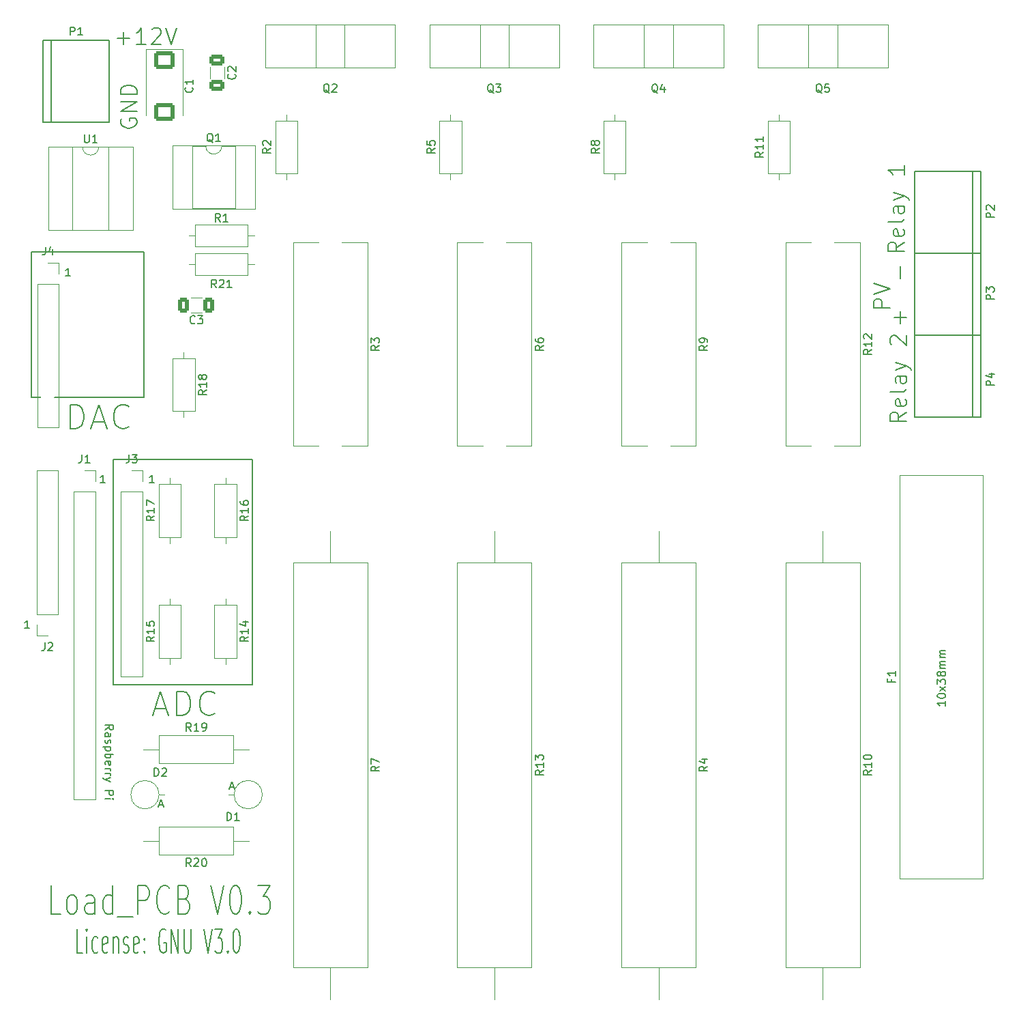
<source format=gbr>
%TF.GenerationSoftware,KiCad,Pcbnew,(6.0.8)*%
%TF.CreationDate,2023-04-21T01:28:30+02:00*%
%TF.ProjectId,load_pcb,6c6f6164-5f70-4636-922e-6b696361645f,rev?*%
%TF.SameCoordinates,Original*%
%TF.FileFunction,Legend,Top*%
%TF.FilePolarity,Positive*%
%FSLAX46Y46*%
G04 Gerber Fmt 4.6, Leading zero omitted, Abs format (unit mm)*
G04 Created by KiCad (PCBNEW (6.0.8)) date 2023-04-21 01:28:30*
%MOMM*%
%LPD*%
G01*
G04 APERTURE LIST*
G04 Aperture macros list*
%AMRoundRect*
0 Rectangle with rounded corners*
0 $1 Rounding radius*
0 $2 $3 $4 $5 $6 $7 $8 $9 X,Y pos of 4 corners*
0 Add a 4 corners polygon primitive as box body*
4,1,4,$2,$3,$4,$5,$6,$7,$8,$9,$2,$3,0*
0 Add four circle primitives for the rounded corners*
1,1,$1+$1,$2,$3*
1,1,$1+$1,$4,$5*
1,1,$1+$1,$6,$7*
1,1,$1+$1,$8,$9*
0 Add four rect primitives between the rounded corners*
20,1,$1+$1,$2,$3,$4,$5,0*
20,1,$1+$1,$4,$5,$6,$7,0*
20,1,$1+$1,$6,$7,$8,$9,0*
20,1,$1+$1,$8,$9,$2,$3,0*%
G04 Aperture macros list end*
%ADD10C,0.150000*%
%ADD11C,0.120000*%
%ADD12C,0.127000*%
%ADD13R,1.700000X1.700000*%
%ADD14O,1.700000X1.700000*%
%ADD15C,1.600000*%
%ADD16O,1.600000X1.600000*%
%ADD17RoundRect,0.250000X-1.025000X0.875000X-1.025000X-0.875000X1.025000X-0.875000X1.025000X0.875000X0*%
%ADD18R,2.500000X2.500000*%
%ADD19C,2.500000*%
%ADD20C,5.000000*%
%ADD21C,4.000000*%
%ADD22R,2.500000X4.500000*%
%ADD23O,2.500000X4.500000*%
%ADD24RoundRect,0.250000X0.412500X0.650000X-0.412500X0.650000X-0.412500X-0.650000X0.412500X-0.650000X0*%
%ADD25C,2.400000*%
%ADD26O,2.400000X2.400000*%
%ADD27R,2.200000X2.200000*%
%ADD28O,2.200000X2.200000*%
%ADD29R,2.400000X1.600000*%
%ADD30O,2.400000X1.600000*%
%ADD31R,1.650000X1.650000*%
%ADD32C,1.650000*%
%ADD33RoundRect,0.250000X-0.650000X0.412500X-0.650000X-0.412500X0.650000X-0.412500X0.650000X0.412500X0*%
%ADD34R,1.600000X1.600000*%
G04 APERTURE END LIST*
D10*
X112540000Y-81128000D02*
X129810000Y-81128000D01*
X129810000Y-81128000D02*
X129810000Y-109068000D01*
X129810000Y-109068000D02*
X112540000Y-109068000D01*
X112540000Y-109068000D02*
X112540000Y-81128000D01*
X102362000Y-55372000D02*
X116332000Y-55372000D01*
X116332000Y-55372000D02*
X116332000Y-73406000D01*
X116332000Y-73406000D02*
X102362000Y-73406000D01*
X102362000Y-73406000D02*
X102362000Y-55372000D01*
X102139714Y-102052380D02*
X101568285Y-102052380D01*
X101854000Y-102052380D02*
X101854000Y-101052380D01*
X101758761Y-101195238D01*
X101663523Y-101290476D01*
X101568285Y-101338095D01*
X113062190Y-28844857D02*
X114586000Y-28844857D01*
X113824095Y-29606761D02*
X113824095Y-28082952D01*
X116586000Y-29606761D02*
X115443142Y-29606761D01*
X116014571Y-29606761D02*
X116014571Y-27606761D01*
X115824095Y-27892476D01*
X115633619Y-28082952D01*
X115443142Y-28178190D01*
X117347904Y-27797238D02*
X117443142Y-27702000D01*
X117633619Y-27606761D01*
X118109809Y-27606761D01*
X118300285Y-27702000D01*
X118395523Y-27797238D01*
X118490761Y-27987714D01*
X118490761Y-28178190D01*
X118395523Y-28463904D01*
X117252666Y-29606761D01*
X118490761Y-29606761D01*
X119062190Y-27606761D02*
X119728857Y-29606761D01*
X120395523Y-27606761D01*
X106042571Y-137473333D02*
X104852095Y-137473333D01*
X104852095Y-133973333D01*
X107233047Y-137473333D02*
X106994952Y-137306666D01*
X106875904Y-137140000D01*
X106756857Y-136806666D01*
X106756857Y-135806666D01*
X106875904Y-135473333D01*
X106994952Y-135306666D01*
X107233047Y-135140000D01*
X107590190Y-135140000D01*
X107828285Y-135306666D01*
X107947333Y-135473333D01*
X108066380Y-135806666D01*
X108066380Y-136806666D01*
X107947333Y-137140000D01*
X107828285Y-137306666D01*
X107590190Y-137473333D01*
X107233047Y-137473333D01*
X110209238Y-137473333D02*
X110209238Y-135640000D01*
X110090190Y-135306666D01*
X109852095Y-135140000D01*
X109375904Y-135140000D01*
X109137809Y-135306666D01*
X110209238Y-137306666D02*
X109971142Y-137473333D01*
X109375904Y-137473333D01*
X109137809Y-137306666D01*
X109018761Y-136973333D01*
X109018761Y-136640000D01*
X109137809Y-136306666D01*
X109375904Y-136140000D01*
X109971142Y-136140000D01*
X110209238Y-135973333D01*
X112471142Y-137473333D02*
X112471142Y-133973333D01*
X112471142Y-137306666D02*
X112233047Y-137473333D01*
X111756857Y-137473333D01*
X111518761Y-137306666D01*
X111399714Y-137140000D01*
X111280666Y-136806666D01*
X111280666Y-135806666D01*
X111399714Y-135473333D01*
X111518761Y-135306666D01*
X111756857Y-135140000D01*
X112233047Y-135140000D01*
X112471142Y-135306666D01*
X113066380Y-137806666D02*
X114971142Y-137806666D01*
X115566380Y-137473333D02*
X115566380Y-133973333D01*
X116518761Y-133973333D01*
X116756857Y-134140000D01*
X116875904Y-134306666D01*
X116994952Y-134640000D01*
X116994952Y-135140000D01*
X116875904Y-135473333D01*
X116756857Y-135640000D01*
X116518761Y-135806666D01*
X115566380Y-135806666D01*
X119494952Y-137140000D02*
X119375904Y-137306666D01*
X119018761Y-137473333D01*
X118780666Y-137473333D01*
X118423523Y-137306666D01*
X118185428Y-136973333D01*
X118066380Y-136640000D01*
X117947333Y-135973333D01*
X117947333Y-135473333D01*
X118066380Y-134806666D01*
X118185428Y-134473333D01*
X118423523Y-134140000D01*
X118780666Y-133973333D01*
X119018761Y-133973333D01*
X119375904Y-134140000D01*
X119494952Y-134306666D01*
X121399714Y-135640000D02*
X121756857Y-135806666D01*
X121875904Y-135973333D01*
X121994952Y-136306666D01*
X121994952Y-136806666D01*
X121875904Y-137140000D01*
X121756857Y-137306666D01*
X121518761Y-137473333D01*
X120566380Y-137473333D01*
X120566380Y-133973333D01*
X121399714Y-133973333D01*
X121637809Y-134140000D01*
X121756857Y-134306666D01*
X121875904Y-134640000D01*
X121875904Y-134973333D01*
X121756857Y-135306666D01*
X121637809Y-135473333D01*
X121399714Y-135640000D01*
X120566380Y-135640000D01*
X124613999Y-133973333D02*
X125447333Y-137473333D01*
X126280666Y-133973333D01*
X127590190Y-133973333D02*
X127828285Y-133973333D01*
X128066380Y-134140000D01*
X128185428Y-134306666D01*
X128304476Y-134640000D01*
X128423523Y-135306666D01*
X128423523Y-136140000D01*
X128304476Y-136806666D01*
X128185428Y-137140000D01*
X128066380Y-137306666D01*
X127828285Y-137473333D01*
X127590190Y-137473333D01*
X127352095Y-137306666D01*
X127233047Y-137140000D01*
X127113999Y-136806666D01*
X126994952Y-136140000D01*
X126994952Y-135306666D01*
X127113999Y-134640000D01*
X127233047Y-134306666D01*
X127352095Y-134140000D01*
X127590190Y-133973333D01*
X129494952Y-137140000D02*
X129613999Y-137306666D01*
X129494952Y-137473333D01*
X129375904Y-137306666D01*
X129494952Y-137140000D01*
X129494952Y-137473333D01*
X130447333Y-133973333D02*
X131994952Y-133973333D01*
X131161619Y-135306666D01*
X131518761Y-135306666D01*
X131756857Y-135473333D01*
X131875904Y-135640000D01*
X131994952Y-135973333D01*
X131994952Y-136806666D01*
X131875904Y-137140000D01*
X131756857Y-137306666D01*
X131518761Y-137473333D01*
X130804476Y-137473333D01*
X130566380Y-137306666D01*
X130447333Y-137140000D01*
X210962761Y-75262857D02*
X210010380Y-75929523D01*
X210962761Y-76405714D02*
X208962761Y-76405714D01*
X208962761Y-75643809D01*
X209058000Y-75453333D01*
X209153238Y-75358095D01*
X209343714Y-75262857D01*
X209629428Y-75262857D01*
X209819904Y-75358095D01*
X209915142Y-75453333D01*
X210010380Y-75643809D01*
X210010380Y-76405714D01*
X210867523Y-73643809D02*
X210962761Y-73834285D01*
X210962761Y-74215238D01*
X210867523Y-74405714D01*
X210677047Y-74500952D01*
X209915142Y-74500952D01*
X209724666Y-74405714D01*
X209629428Y-74215238D01*
X209629428Y-73834285D01*
X209724666Y-73643809D01*
X209915142Y-73548571D01*
X210105619Y-73548571D01*
X210296095Y-74500952D01*
X210962761Y-72405714D02*
X210867523Y-72596190D01*
X210677047Y-72691428D01*
X208962761Y-72691428D01*
X210962761Y-70786666D02*
X209915142Y-70786666D01*
X209724666Y-70881904D01*
X209629428Y-71072380D01*
X209629428Y-71453333D01*
X209724666Y-71643809D01*
X210867523Y-70786666D02*
X210962761Y-70977142D01*
X210962761Y-71453333D01*
X210867523Y-71643809D01*
X210677047Y-71739047D01*
X210486571Y-71739047D01*
X210296095Y-71643809D01*
X210200857Y-71453333D01*
X210200857Y-70977142D01*
X210105619Y-70786666D01*
X209629428Y-70024761D02*
X210962761Y-69548571D01*
X209629428Y-69072380D02*
X210962761Y-69548571D01*
X211438952Y-69739047D01*
X211534190Y-69834285D01*
X211629428Y-70024761D01*
X209153238Y-66881904D02*
X209058000Y-66786666D01*
X208962761Y-66596190D01*
X208962761Y-66120000D01*
X209058000Y-65929523D01*
X209153238Y-65834285D01*
X209343714Y-65739047D01*
X209534190Y-65739047D01*
X209819904Y-65834285D01*
X210962761Y-66977142D01*
X210962761Y-65739047D01*
X117633714Y-84018380D02*
X117062285Y-84018380D01*
X117348000Y-84018380D02*
X117348000Y-83018380D01*
X117252761Y-83161238D01*
X117157523Y-83256476D01*
X117062285Y-83304095D01*
X210200857Y-64229809D02*
X210200857Y-62706000D01*
X210962761Y-63467904D02*
X209438952Y-63467904D01*
X210200857Y-58706000D02*
X210200857Y-57182190D01*
X117697714Y-112006000D02*
X119126285Y-112006000D01*
X117412000Y-112863142D02*
X118412000Y-109863142D01*
X119412000Y-112863142D01*
X120412000Y-112863142D02*
X120412000Y-109863142D01*
X121126285Y-109863142D01*
X121554857Y-110006000D01*
X121840571Y-110291714D01*
X121983428Y-110577428D01*
X122126285Y-111148857D01*
X122126285Y-111577428D01*
X121983428Y-112148857D01*
X121840571Y-112434571D01*
X121554857Y-112720285D01*
X121126285Y-112863142D01*
X120412000Y-112863142D01*
X125126285Y-112577428D02*
X124983428Y-112720285D01*
X124554857Y-112863142D01*
X124269142Y-112863142D01*
X123840571Y-112720285D01*
X123554857Y-112434571D01*
X123412000Y-112148857D01*
X123269142Y-111577428D01*
X123269142Y-111148857D01*
X123412000Y-110577428D01*
X123554857Y-110291714D01*
X123840571Y-110006000D01*
X124269142Y-109863142D01*
X124554857Y-109863142D01*
X124983428Y-110006000D01*
X125126285Y-110148857D01*
X107219714Y-58364380D02*
X106648285Y-58364380D01*
X106934000Y-58364380D02*
X106934000Y-57364380D01*
X106838761Y-57507238D01*
X106743523Y-57602476D01*
X106648285Y-57650095D01*
X215844380Y-111084952D02*
X215844380Y-111656380D01*
X215844380Y-111370666D02*
X214844380Y-111370666D01*
X214987238Y-111465904D01*
X215082476Y-111561142D01*
X215130095Y-111656380D01*
X214844380Y-110465904D02*
X214844380Y-110370666D01*
X214892000Y-110275428D01*
X214939619Y-110227809D01*
X215034857Y-110180190D01*
X215225333Y-110132571D01*
X215463428Y-110132571D01*
X215653904Y-110180190D01*
X215749142Y-110227809D01*
X215796761Y-110275428D01*
X215844380Y-110370666D01*
X215844380Y-110465904D01*
X215796761Y-110561142D01*
X215749142Y-110608761D01*
X215653904Y-110656380D01*
X215463428Y-110704000D01*
X215225333Y-110704000D01*
X215034857Y-110656380D01*
X214939619Y-110608761D01*
X214892000Y-110561142D01*
X214844380Y-110465904D01*
X215844380Y-109799238D02*
X215177714Y-109275428D01*
X215177714Y-109799238D02*
X215844380Y-109275428D01*
X214844380Y-108989714D02*
X214844380Y-108370666D01*
X215225333Y-108704000D01*
X215225333Y-108561142D01*
X215272952Y-108465904D01*
X215320571Y-108418285D01*
X215415809Y-108370666D01*
X215653904Y-108370666D01*
X215749142Y-108418285D01*
X215796761Y-108465904D01*
X215844380Y-108561142D01*
X215844380Y-108846857D01*
X215796761Y-108942095D01*
X215749142Y-108989714D01*
X215272952Y-107799238D02*
X215225333Y-107894476D01*
X215177714Y-107942095D01*
X215082476Y-107989714D01*
X215034857Y-107989714D01*
X214939619Y-107942095D01*
X214892000Y-107894476D01*
X214844380Y-107799238D01*
X214844380Y-107608761D01*
X214892000Y-107513523D01*
X214939619Y-107465904D01*
X215034857Y-107418285D01*
X215082476Y-107418285D01*
X215177714Y-107465904D01*
X215225333Y-107513523D01*
X215272952Y-107608761D01*
X215272952Y-107799238D01*
X215320571Y-107894476D01*
X215368190Y-107942095D01*
X215463428Y-107989714D01*
X215653904Y-107989714D01*
X215749142Y-107942095D01*
X215796761Y-107894476D01*
X215844380Y-107799238D01*
X215844380Y-107608761D01*
X215796761Y-107513523D01*
X215749142Y-107465904D01*
X215653904Y-107418285D01*
X215463428Y-107418285D01*
X215368190Y-107465904D01*
X215320571Y-107513523D01*
X215272952Y-107608761D01*
X215844380Y-106989714D02*
X215177714Y-106989714D01*
X215272952Y-106989714D02*
X215225333Y-106942095D01*
X215177714Y-106846857D01*
X215177714Y-106704000D01*
X215225333Y-106608761D01*
X215320571Y-106561142D01*
X215844380Y-106561142D01*
X215320571Y-106561142D02*
X215225333Y-106513523D01*
X215177714Y-106418285D01*
X215177714Y-106275428D01*
X215225333Y-106180190D01*
X215320571Y-106132571D01*
X215844380Y-106132571D01*
X215844380Y-105656380D02*
X215177714Y-105656380D01*
X215272952Y-105656380D02*
X215225333Y-105608761D01*
X215177714Y-105513523D01*
X215177714Y-105370666D01*
X215225333Y-105275428D01*
X215320571Y-105227809D01*
X215844380Y-105227809D01*
X215320571Y-105227809D02*
X215225333Y-105180190D01*
X215177714Y-105084952D01*
X215177714Y-104942095D01*
X215225333Y-104846857D01*
X215320571Y-104799238D01*
X215844380Y-104799238D01*
X113554000Y-38861809D02*
X113458761Y-39052285D01*
X113458761Y-39338000D01*
X113554000Y-39623714D01*
X113744476Y-39814190D01*
X113934952Y-39909428D01*
X114315904Y-40004666D01*
X114601619Y-40004666D01*
X114982571Y-39909428D01*
X115173047Y-39814190D01*
X115363523Y-39623714D01*
X115458761Y-39338000D01*
X115458761Y-39147523D01*
X115363523Y-38861809D01*
X115268285Y-38766571D01*
X114601619Y-38766571D01*
X114601619Y-39147523D01*
X115458761Y-37909428D02*
X113458761Y-37909428D01*
X115458761Y-36766571D01*
X113458761Y-36766571D01*
X115458761Y-35814190D02*
X113458761Y-35814190D01*
X113458761Y-35338000D01*
X113554000Y-35052285D01*
X113744476Y-34861809D01*
X113934952Y-34766571D01*
X114315904Y-34671333D01*
X114601619Y-34671333D01*
X114982571Y-34766571D01*
X115173047Y-34861809D01*
X115363523Y-35052285D01*
X115458761Y-35338000D01*
X115458761Y-35814190D01*
X108752857Y-142327142D02*
X108038571Y-142327142D01*
X108038571Y-139327142D01*
X109252857Y-142327142D02*
X109252857Y-140327142D01*
X109252857Y-139327142D02*
X109181428Y-139470000D01*
X109252857Y-139612857D01*
X109324285Y-139470000D01*
X109252857Y-139327142D01*
X109252857Y-139612857D01*
X110610000Y-142184285D02*
X110467142Y-142327142D01*
X110181428Y-142327142D01*
X110038571Y-142184285D01*
X109967142Y-142041428D01*
X109895714Y-141755714D01*
X109895714Y-140898571D01*
X109967142Y-140612857D01*
X110038571Y-140470000D01*
X110181428Y-140327142D01*
X110467142Y-140327142D01*
X110610000Y-140470000D01*
X111824285Y-142184285D02*
X111681428Y-142327142D01*
X111395714Y-142327142D01*
X111252857Y-142184285D01*
X111181428Y-141898571D01*
X111181428Y-140755714D01*
X111252857Y-140470000D01*
X111395714Y-140327142D01*
X111681428Y-140327142D01*
X111824285Y-140470000D01*
X111895714Y-140755714D01*
X111895714Y-141041428D01*
X111181428Y-141327142D01*
X112538571Y-140327142D02*
X112538571Y-142327142D01*
X112538571Y-140612857D02*
X112610000Y-140470000D01*
X112752857Y-140327142D01*
X112967142Y-140327142D01*
X113110000Y-140470000D01*
X113181428Y-140755714D01*
X113181428Y-142327142D01*
X113824285Y-142184285D02*
X113967142Y-142327142D01*
X114252857Y-142327142D01*
X114395714Y-142184285D01*
X114467142Y-141898571D01*
X114467142Y-141755714D01*
X114395714Y-141470000D01*
X114252857Y-141327142D01*
X114038571Y-141327142D01*
X113895714Y-141184285D01*
X113824285Y-140898571D01*
X113824285Y-140755714D01*
X113895714Y-140470000D01*
X114038571Y-140327142D01*
X114252857Y-140327142D01*
X114395714Y-140470000D01*
X115681428Y-142184285D02*
X115538571Y-142327142D01*
X115252857Y-142327142D01*
X115110000Y-142184285D01*
X115038571Y-141898571D01*
X115038571Y-140755714D01*
X115110000Y-140470000D01*
X115252857Y-140327142D01*
X115538571Y-140327142D01*
X115681428Y-140470000D01*
X115752857Y-140755714D01*
X115752857Y-141041428D01*
X115038571Y-141327142D01*
X116395714Y-142041428D02*
X116467142Y-142184285D01*
X116395714Y-142327142D01*
X116324285Y-142184285D01*
X116395714Y-142041428D01*
X116395714Y-142327142D01*
X116395714Y-140470000D02*
X116467142Y-140612857D01*
X116395714Y-140755714D01*
X116324285Y-140612857D01*
X116395714Y-140470000D01*
X116395714Y-140755714D01*
X119038571Y-139470000D02*
X118895714Y-139327142D01*
X118681428Y-139327142D01*
X118467142Y-139470000D01*
X118324285Y-139755714D01*
X118252857Y-140041428D01*
X118181428Y-140612857D01*
X118181428Y-141041428D01*
X118252857Y-141612857D01*
X118324285Y-141898571D01*
X118467142Y-142184285D01*
X118681428Y-142327142D01*
X118824285Y-142327142D01*
X119038571Y-142184285D01*
X119110000Y-142041428D01*
X119110000Y-141041428D01*
X118824285Y-141041428D01*
X119752857Y-142327142D02*
X119752857Y-139327142D01*
X120610000Y-142327142D01*
X120610000Y-139327142D01*
X121324285Y-139327142D02*
X121324285Y-141755714D01*
X121395714Y-142041428D01*
X121467142Y-142184285D01*
X121610000Y-142327142D01*
X121895714Y-142327142D01*
X122038571Y-142184285D01*
X122110000Y-142041428D01*
X122181428Y-141755714D01*
X122181428Y-139327142D01*
X123824285Y-139327142D02*
X124324285Y-142327142D01*
X124824285Y-139327142D01*
X125181428Y-139327142D02*
X126110000Y-139327142D01*
X125610000Y-140470000D01*
X125824285Y-140470000D01*
X125967142Y-140612857D01*
X126038571Y-140755714D01*
X126110000Y-141041428D01*
X126110000Y-141755714D01*
X126038571Y-142041428D01*
X125967142Y-142184285D01*
X125824285Y-142327142D01*
X125395714Y-142327142D01*
X125252857Y-142184285D01*
X125181428Y-142041428D01*
X126752857Y-142041428D02*
X126824285Y-142184285D01*
X126752857Y-142327142D01*
X126681428Y-142184285D01*
X126752857Y-142041428D01*
X126752857Y-142327142D01*
X127752857Y-139327142D02*
X127895714Y-139327142D01*
X128038571Y-139470000D01*
X128110000Y-139612857D01*
X128181428Y-139898571D01*
X128252857Y-140470000D01*
X128252857Y-141184285D01*
X128181428Y-141755714D01*
X128110000Y-142041428D01*
X128038571Y-142184285D01*
X127895714Y-142327142D01*
X127752857Y-142327142D01*
X127610000Y-142184285D01*
X127538571Y-142041428D01*
X127467142Y-141755714D01*
X127395714Y-141184285D01*
X127395714Y-140470000D01*
X127467142Y-139898571D01*
X127538571Y-139612857D01*
X127610000Y-139470000D01*
X127752857Y-139327142D01*
X210708761Y-54180857D02*
X209756380Y-54847523D01*
X210708761Y-55323714D02*
X208708761Y-55323714D01*
X208708761Y-54561809D01*
X208804000Y-54371333D01*
X208899238Y-54276095D01*
X209089714Y-54180857D01*
X209375428Y-54180857D01*
X209565904Y-54276095D01*
X209661142Y-54371333D01*
X209756380Y-54561809D01*
X209756380Y-55323714D01*
X210613523Y-52561809D02*
X210708761Y-52752285D01*
X210708761Y-53133238D01*
X210613523Y-53323714D01*
X210423047Y-53418952D01*
X209661142Y-53418952D01*
X209470666Y-53323714D01*
X209375428Y-53133238D01*
X209375428Y-52752285D01*
X209470666Y-52561809D01*
X209661142Y-52466571D01*
X209851619Y-52466571D01*
X210042095Y-53418952D01*
X210708761Y-51323714D02*
X210613523Y-51514190D01*
X210423047Y-51609428D01*
X208708761Y-51609428D01*
X210708761Y-49704666D02*
X209661142Y-49704666D01*
X209470666Y-49799904D01*
X209375428Y-49990380D01*
X209375428Y-50371333D01*
X209470666Y-50561809D01*
X210613523Y-49704666D02*
X210708761Y-49895142D01*
X210708761Y-50371333D01*
X210613523Y-50561809D01*
X210423047Y-50657047D01*
X210232571Y-50657047D01*
X210042095Y-50561809D01*
X209946857Y-50371333D01*
X209946857Y-49895142D01*
X209851619Y-49704666D01*
X209375428Y-48942761D02*
X210708761Y-48466571D01*
X209375428Y-47990380D02*
X210708761Y-48466571D01*
X211184952Y-48657047D01*
X211280190Y-48752285D01*
X211375428Y-48942761D01*
X210708761Y-44657047D02*
X210708761Y-45799904D01*
X210708761Y-45228476D02*
X208708761Y-45228476D01*
X208994476Y-45418952D01*
X209184952Y-45609428D01*
X209280190Y-45799904D01*
X208930761Y-62340952D02*
X206930761Y-62340952D01*
X206930761Y-61579047D01*
X207026000Y-61388571D01*
X207121238Y-61293333D01*
X207311714Y-61198095D01*
X207597428Y-61198095D01*
X207787904Y-61293333D01*
X207883142Y-61388571D01*
X207978380Y-61579047D01*
X207978380Y-62340952D01*
X206930761Y-60626666D02*
X208930761Y-59960000D01*
X206930761Y-59293333D01*
X107172571Y-77303142D02*
X107172571Y-74303142D01*
X107886857Y-74303142D01*
X108315428Y-74446000D01*
X108601142Y-74731714D01*
X108744000Y-75017428D01*
X108886857Y-75588857D01*
X108886857Y-76017428D01*
X108744000Y-76588857D01*
X108601142Y-76874571D01*
X108315428Y-77160285D01*
X107886857Y-77303142D01*
X107172571Y-77303142D01*
X110029714Y-76446000D02*
X111458285Y-76446000D01*
X109744000Y-77303142D02*
X110744000Y-74303142D01*
X111744000Y-77303142D01*
X114458285Y-77017428D02*
X114315428Y-77160285D01*
X113886857Y-77303142D01*
X113601142Y-77303142D01*
X113172571Y-77160285D01*
X112886857Y-76874571D01*
X112744000Y-76588857D01*
X112601142Y-76017428D01*
X112601142Y-75588857D01*
X112744000Y-75017428D01*
X112886857Y-74731714D01*
X113172571Y-74446000D01*
X113601142Y-74303142D01*
X113886857Y-74303142D01*
X114315428Y-74446000D01*
X114458285Y-74588857D01*
X111561619Y-114618000D02*
X112037809Y-114284666D01*
X111561619Y-114046571D02*
X112561619Y-114046571D01*
X112561619Y-114427523D01*
X112514000Y-114522761D01*
X112466380Y-114570380D01*
X112371142Y-114618000D01*
X112228285Y-114618000D01*
X112133047Y-114570380D01*
X112085428Y-114522761D01*
X112037809Y-114427523D01*
X112037809Y-114046571D01*
X111561619Y-115475142D02*
X112085428Y-115475142D01*
X112180666Y-115427523D01*
X112228285Y-115332285D01*
X112228285Y-115141809D01*
X112180666Y-115046571D01*
X111609238Y-115475142D02*
X111561619Y-115379904D01*
X111561619Y-115141809D01*
X111609238Y-115046571D01*
X111704476Y-114998952D01*
X111799714Y-114998952D01*
X111894952Y-115046571D01*
X111942571Y-115141809D01*
X111942571Y-115379904D01*
X111990190Y-115475142D01*
X111609238Y-115903714D02*
X111561619Y-115998952D01*
X111561619Y-116189428D01*
X111609238Y-116284666D01*
X111704476Y-116332285D01*
X111752095Y-116332285D01*
X111847333Y-116284666D01*
X111894952Y-116189428D01*
X111894952Y-116046571D01*
X111942571Y-115951333D01*
X112037809Y-115903714D01*
X112085428Y-115903714D01*
X112180666Y-115951333D01*
X112228285Y-116046571D01*
X112228285Y-116189428D01*
X112180666Y-116284666D01*
X112228285Y-116760857D02*
X111228285Y-116760857D01*
X112180666Y-116760857D02*
X112228285Y-116856095D01*
X112228285Y-117046571D01*
X112180666Y-117141809D01*
X112133047Y-117189428D01*
X112037809Y-117237047D01*
X111752095Y-117237047D01*
X111656857Y-117189428D01*
X111609238Y-117141809D01*
X111561619Y-117046571D01*
X111561619Y-116856095D01*
X111609238Y-116760857D01*
X111561619Y-117665619D02*
X112561619Y-117665619D01*
X112180666Y-117665619D02*
X112228285Y-117760857D01*
X112228285Y-117951333D01*
X112180666Y-118046571D01*
X112133047Y-118094190D01*
X112037809Y-118141809D01*
X111752095Y-118141809D01*
X111656857Y-118094190D01*
X111609238Y-118046571D01*
X111561619Y-117951333D01*
X111561619Y-117760857D01*
X111609238Y-117665619D01*
X111609238Y-118951333D02*
X111561619Y-118856095D01*
X111561619Y-118665619D01*
X111609238Y-118570380D01*
X111704476Y-118522761D01*
X112085428Y-118522761D01*
X112180666Y-118570380D01*
X112228285Y-118665619D01*
X112228285Y-118856095D01*
X112180666Y-118951333D01*
X112085428Y-118998952D01*
X111990190Y-118998952D01*
X111894952Y-118522761D01*
X111561619Y-119427523D02*
X112228285Y-119427523D01*
X112037809Y-119427523D02*
X112133047Y-119475142D01*
X112180666Y-119522761D01*
X112228285Y-119618000D01*
X112228285Y-119713238D01*
X111561619Y-120046571D02*
X112228285Y-120046571D01*
X112037809Y-120046571D02*
X112133047Y-120094190D01*
X112180666Y-120141809D01*
X112228285Y-120237047D01*
X112228285Y-120332285D01*
X112228285Y-120570380D02*
X111561619Y-120808476D01*
X112228285Y-121046571D02*
X111561619Y-120808476D01*
X111323523Y-120713238D01*
X111275904Y-120665619D01*
X111228285Y-120570380D01*
X111561619Y-122189428D02*
X112561619Y-122189428D01*
X112561619Y-122570380D01*
X112514000Y-122665619D01*
X112466380Y-122713238D01*
X112371142Y-122760857D01*
X112228285Y-122760857D01*
X112133047Y-122713238D01*
X112085428Y-122665619D01*
X112037809Y-122570380D01*
X112037809Y-122189428D01*
X111561619Y-123189428D02*
X112228285Y-123189428D01*
X112561619Y-123189428D02*
X112514000Y-123141809D01*
X112466380Y-123189428D01*
X112514000Y-123237047D01*
X112561619Y-123189428D01*
X112466380Y-123189428D01*
X111537714Y-84018380D02*
X110966285Y-84018380D01*
X111252000Y-84018380D02*
X111252000Y-83018380D01*
X111156761Y-83161238D01*
X111061523Y-83256476D01*
X110966285Y-83304095D01*
%TO.C,J1*%
X108632666Y-80502380D02*
X108632666Y-81216666D01*
X108585047Y-81359523D01*
X108489809Y-81454761D01*
X108346952Y-81502380D01*
X108251714Y-81502380D01*
X109632666Y-81502380D02*
X109061238Y-81502380D01*
X109346952Y-81502380D02*
X109346952Y-80502380D01*
X109251714Y-80645238D01*
X109156476Y-80740476D01*
X109061238Y-80788095D01*
%TO.C,J3*%
X114502666Y-80502380D02*
X114502666Y-81216666D01*
X114455047Y-81359523D01*
X114359809Y-81454761D01*
X114216952Y-81502380D01*
X114121714Y-81502380D01*
X114883619Y-80502380D02*
X115502666Y-80502380D01*
X115169333Y-80883333D01*
X115312190Y-80883333D01*
X115407428Y-80930952D01*
X115455047Y-80978571D01*
X115502666Y-81073809D01*
X115502666Y-81311904D01*
X115455047Y-81407142D01*
X115407428Y-81454761D01*
X115312190Y-81502380D01*
X115026476Y-81502380D01*
X114931238Y-81454761D01*
X114883619Y-81407142D01*
%TO.C,R16*%
X129288380Y-88094857D02*
X128812190Y-88428190D01*
X129288380Y-88666285D02*
X128288380Y-88666285D01*
X128288380Y-88285333D01*
X128336000Y-88190095D01*
X128383619Y-88142476D01*
X128478857Y-88094857D01*
X128621714Y-88094857D01*
X128716952Y-88142476D01*
X128764571Y-88190095D01*
X128812190Y-88285333D01*
X128812190Y-88666285D01*
X129288380Y-87142476D02*
X129288380Y-87713904D01*
X129288380Y-87428190D02*
X128288380Y-87428190D01*
X128431238Y-87523428D01*
X128526476Y-87618666D01*
X128574095Y-87713904D01*
X128288380Y-86285333D02*
X128288380Y-86475809D01*
X128336000Y-86571047D01*
X128383619Y-86618666D01*
X128526476Y-86713904D01*
X128716952Y-86761523D01*
X129097904Y-86761523D01*
X129193142Y-86713904D01*
X129240761Y-86666285D01*
X129288380Y-86571047D01*
X129288380Y-86380571D01*
X129240761Y-86285333D01*
X129193142Y-86237714D01*
X129097904Y-86190095D01*
X128859809Y-86190095D01*
X128764571Y-86237714D01*
X128716952Y-86285333D01*
X128669333Y-86380571D01*
X128669333Y-86571047D01*
X128716952Y-86666285D01*
X128764571Y-86713904D01*
X128859809Y-86761523D01*
%TO.C,C1*%
X122329142Y-34964666D02*
X122376761Y-35012285D01*
X122424380Y-35155142D01*
X122424380Y-35250380D01*
X122376761Y-35393238D01*
X122281523Y-35488476D01*
X122186285Y-35536095D01*
X121995809Y-35583714D01*
X121852952Y-35583714D01*
X121662476Y-35536095D01*
X121567238Y-35488476D01*
X121472000Y-35393238D01*
X121424380Y-35250380D01*
X121424380Y-35155142D01*
X121472000Y-35012285D01*
X121519619Y-34964666D01*
X122424380Y-34012285D02*
X122424380Y-34583714D01*
X122424380Y-34298000D02*
X121424380Y-34298000D01*
X121567238Y-34393238D01*
X121662476Y-34488476D01*
X121710095Y-34583714D01*
%TO.C,P4*%
X221888358Y-71918855D02*
X220886319Y-71918855D01*
X220886319Y-71537126D01*
X220934035Y-71441693D01*
X220981751Y-71393977D01*
X221077183Y-71346261D01*
X221220332Y-71346261D01*
X221315764Y-71393977D01*
X221363480Y-71441693D01*
X221411196Y-71537126D01*
X221411196Y-71918855D01*
X221220332Y-70487370D02*
X221888358Y-70487370D01*
X220838603Y-70725951D02*
X221554345Y-70964532D01*
X221554345Y-70344222D01*
%TO.C,F1*%
X209146571Y-108413333D02*
X209146571Y-108746666D01*
X209670380Y-108746666D02*
X208670380Y-108746666D01*
X208670380Y-108270476D01*
X209670380Y-107365714D02*
X209670380Y-107937142D01*
X209670380Y-107651428D02*
X208670380Y-107651428D01*
X208813238Y-107746666D01*
X208908476Y-107841904D01*
X208956095Y-107937142D01*
%TO.C,Q3*%
X159754094Y-35655619D02*
X159658856Y-35608000D01*
X159563618Y-35512761D01*
X159420761Y-35369904D01*
X159325523Y-35322285D01*
X159230285Y-35322285D01*
X159277904Y-35560380D02*
X159182666Y-35512761D01*
X159087428Y-35417523D01*
X159039809Y-35227047D01*
X159039809Y-34893714D01*
X159087428Y-34703238D01*
X159182666Y-34608000D01*
X159277904Y-34560380D01*
X159468380Y-34560380D01*
X159563618Y-34608000D01*
X159658856Y-34703238D01*
X159706475Y-34893714D01*
X159706475Y-35227047D01*
X159658856Y-35417523D01*
X159563618Y-35512761D01*
X159468380Y-35560380D01*
X159277904Y-35560380D01*
X160039809Y-34560380D02*
X160658856Y-34560380D01*
X160325523Y-34941333D01*
X160468380Y-34941333D01*
X160563618Y-34988952D01*
X160611237Y-35036571D01*
X160658856Y-35131809D01*
X160658856Y-35369904D01*
X160611237Y-35465142D01*
X160563618Y-35512761D01*
X160468380Y-35560380D01*
X160182666Y-35560380D01*
X160087428Y-35512761D01*
X160039809Y-35465142D01*
%TO.C,C3*%
X122691833Y-64183142D02*
X122644214Y-64230761D01*
X122501357Y-64278380D01*
X122406119Y-64278380D01*
X122263261Y-64230761D01*
X122168023Y-64135523D01*
X122120404Y-64040285D01*
X122072785Y-63849809D01*
X122072785Y-63706952D01*
X122120404Y-63516476D01*
X122168023Y-63421238D01*
X122263261Y-63326000D01*
X122406119Y-63278380D01*
X122501357Y-63278380D01*
X122644214Y-63326000D01*
X122691833Y-63373619D01*
X123025166Y-63278380D02*
X123644214Y-63278380D01*
X123310880Y-63659333D01*
X123453738Y-63659333D01*
X123548976Y-63706952D01*
X123596595Y-63754571D01*
X123644214Y-63849809D01*
X123644214Y-64087904D01*
X123596595Y-64183142D01*
X123548976Y-64230761D01*
X123453738Y-64278380D01*
X123168023Y-64278380D01*
X123072785Y-64230761D01*
X123025166Y-64183142D01*
%TO.C,R2*%
X132102380Y-42516666D02*
X131626190Y-42850000D01*
X132102380Y-43088095D02*
X131102380Y-43088095D01*
X131102380Y-42707142D01*
X131150000Y-42611904D01*
X131197619Y-42564285D01*
X131292857Y-42516666D01*
X131435714Y-42516666D01*
X131530952Y-42564285D01*
X131578571Y-42611904D01*
X131626190Y-42707142D01*
X131626190Y-43088095D01*
X131197619Y-42135714D02*
X131150000Y-42088095D01*
X131102380Y-41992857D01*
X131102380Y-41754761D01*
X131150000Y-41659523D01*
X131197619Y-41611904D01*
X131292857Y-41564285D01*
X131388095Y-41564285D01*
X131530952Y-41611904D01*
X132102380Y-42183333D01*
X132102380Y-41564285D01*
%TO.C,R6*%
X165921713Y-66986666D02*
X165445523Y-67320000D01*
X165921713Y-67558095D02*
X164921713Y-67558095D01*
X164921713Y-67177142D01*
X164969333Y-67081904D01*
X165016952Y-67034285D01*
X165112190Y-66986666D01*
X165255047Y-66986666D01*
X165350285Y-67034285D01*
X165397904Y-67081904D01*
X165445523Y-67177142D01*
X165445523Y-67558095D01*
X164921713Y-66129523D02*
X164921713Y-66320000D01*
X164969333Y-66415238D01*
X165016952Y-66462857D01*
X165159809Y-66558095D01*
X165350285Y-66605714D01*
X165731237Y-66605714D01*
X165826475Y-66558095D01*
X165874094Y-66510476D01*
X165921713Y-66415238D01*
X165921713Y-66224761D01*
X165874094Y-66129523D01*
X165826475Y-66081904D01*
X165731237Y-66034285D01*
X165493142Y-66034285D01*
X165397904Y-66081904D01*
X165350285Y-66129523D01*
X165302666Y-66224761D01*
X165302666Y-66415238D01*
X165350285Y-66510476D01*
X165397904Y-66558095D01*
X165493142Y-66605714D01*
%TO.C,P2*%
X221888358Y-51090855D02*
X220886319Y-51090855D01*
X220886319Y-50709126D01*
X220934035Y-50613693D01*
X220981751Y-50565977D01*
X221077183Y-50518261D01*
X221220332Y-50518261D01*
X221315764Y-50565977D01*
X221363480Y-50613693D01*
X221411196Y-50709126D01*
X221411196Y-51090855D01*
X220981751Y-50136532D02*
X220934035Y-50088816D01*
X220886319Y-49993383D01*
X220886319Y-49754803D01*
X220934035Y-49659370D01*
X220981751Y-49611654D01*
X221077183Y-49563938D01*
X221172616Y-49563938D01*
X221315764Y-49611654D01*
X221888358Y-50184248D01*
X221888358Y-49563938D01*
%TO.C,R9*%
X186301046Y-66986666D02*
X185824856Y-67320000D01*
X186301046Y-67558095D02*
X185301046Y-67558095D01*
X185301046Y-67177142D01*
X185348666Y-67081904D01*
X185396285Y-67034285D01*
X185491523Y-66986666D01*
X185634380Y-66986666D01*
X185729618Y-67034285D01*
X185777237Y-67081904D01*
X185824856Y-67177142D01*
X185824856Y-67558095D01*
X186301046Y-66510476D02*
X186301046Y-66320000D01*
X186253427Y-66224761D01*
X186205808Y-66177142D01*
X186062951Y-66081904D01*
X185872475Y-66034285D01*
X185491523Y-66034285D01*
X185396285Y-66081904D01*
X185348666Y-66129523D01*
X185301046Y-66224761D01*
X185301046Y-66415238D01*
X185348666Y-66510476D01*
X185396285Y-66558095D01*
X185491523Y-66605714D01*
X185729618Y-66605714D01*
X185824856Y-66558095D01*
X185872475Y-66510476D01*
X185920094Y-66415238D01*
X185920094Y-66224761D01*
X185872475Y-66129523D01*
X185824856Y-66081904D01*
X185729618Y-66034285D01*
%TO.C,R20*%
X122203507Y-131582745D02*
X121870174Y-131106555D01*
X121632079Y-131582745D02*
X121632079Y-130582745D01*
X122013031Y-130582745D01*
X122108269Y-130630365D01*
X122155888Y-130677984D01*
X122203507Y-130773222D01*
X122203507Y-130916079D01*
X122155888Y-131011317D01*
X122108269Y-131058936D01*
X122013031Y-131106555D01*
X121632079Y-131106555D01*
X122584460Y-130677984D02*
X122632079Y-130630365D01*
X122727317Y-130582745D01*
X122965412Y-130582745D01*
X123060650Y-130630365D01*
X123108269Y-130677984D01*
X123155888Y-130773222D01*
X123155888Y-130868460D01*
X123108269Y-131011317D01*
X122536841Y-131582745D01*
X123155888Y-131582745D01*
X123774936Y-130582745D02*
X123870174Y-130582745D01*
X123965412Y-130630365D01*
X124013031Y-130677984D01*
X124060650Y-130773222D01*
X124108269Y-130963698D01*
X124108269Y-131201793D01*
X124060650Y-131392269D01*
X124013031Y-131487507D01*
X123965412Y-131535126D01*
X123870174Y-131582745D01*
X123774936Y-131582745D01*
X123679698Y-131535126D01*
X123632079Y-131487507D01*
X123584460Y-131392269D01*
X123536841Y-131201793D01*
X123536841Y-130963698D01*
X123584460Y-130773222D01*
X123632079Y-130677984D01*
X123679698Y-130630365D01*
X123774936Y-130582745D01*
%TO.C,D2*%
X117636904Y-120383745D02*
X117636904Y-119383745D01*
X117875000Y-119383745D01*
X118017857Y-119431365D01*
X118113095Y-119526603D01*
X118160714Y-119621841D01*
X118208333Y-119812317D01*
X118208333Y-119955174D01*
X118160714Y-120145650D01*
X118113095Y-120240888D01*
X118017857Y-120336126D01*
X117875000Y-120383745D01*
X117636904Y-120383745D01*
X118589285Y-119478984D02*
X118636904Y-119431365D01*
X118732142Y-119383745D01*
X118970238Y-119383745D01*
X119065476Y-119431365D01*
X119113095Y-119478984D01*
X119160714Y-119574222D01*
X119160714Y-119669460D01*
X119113095Y-119812317D01*
X118541666Y-120383745D01*
X119160714Y-120383745D01*
X118241904Y-123948666D02*
X118718095Y-123948666D01*
X118146666Y-124234380D02*
X118480000Y-123234380D01*
X118813333Y-124234380D01*
%TO.C,R12*%
X206680380Y-67462857D02*
X206204190Y-67796190D01*
X206680380Y-68034285D02*
X205680380Y-68034285D01*
X205680380Y-67653333D01*
X205728000Y-67558095D01*
X205775619Y-67510476D01*
X205870857Y-67462857D01*
X206013714Y-67462857D01*
X206108952Y-67510476D01*
X206156571Y-67558095D01*
X206204190Y-67653333D01*
X206204190Y-68034285D01*
X206680380Y-66510476D02*
X206680380Y-67081904D01*
X206680380Y-66796190D02*
X205680380Y-66796190D01*
X205823238Y-66891428D01*
X205918476Y-66986666D01*
X205966095Y-67081904D01*
X205775619Y-66129523D02*
X205728000Y-66081904D01*
X205680380Y-65986666D01*
X205680380Y-65748571D01*
X205728000Y-65653333D01*
X205775619Y-65605714D01*
X205870857Y-65558095D01*
X205966095Y-65558095D01*
X206108952Y-65605714D01*
X206680380Y-66177142D01*
X206680380Y-65558095D01*
%TO.C,Q2*%
X139374761Y-35655619D02*
X139279523Y-35608000D01*
X139184285Y-35512761D01*
X139041428Y-35369904D01*
X138946190Y-35322285D01*
X138850952Y-35322285D01*
X138898571Y-35560380D02*
X138803333Y-35512761D01*
X138708095Y-35417523D01*
X138660476Y-35227047D01*
X138660476Y-34893714D01*
X138708095Y-34703238D01*
X138803333Y-34608000D01*
X138898571Y-34560380D01*
X139089047Y-34560380D01*
X139184285Y-34608000D01*
X139279523Y-34703238D01*
X139327142Y-34893714D01*
X139327142Y-35227047D01*
X139279523Y-35417523D01*
X139184285Y-35512761D01*
X139089047Y-35560380D01*
X138898571Y-35560380D01*
X139708095Y-34655619D02*
X139755714Y-34608000D01*
X139850952Y-34560380D01*
X140089047Y-34560380D01*
X140184285Y-34608000D01*
X140231904Y-34655619D01*
X140279523Y-34750857D01*
X140279523Y-34846095D01*
X140231904Y-34988952D01*
X139660476Y-35560380D01*
X140279523Y-35560380D01*
%TO.C,J4*%
X104114666Y-54736380D02*
X104114666Y-55450666D01*
X104067047Y-55593523D01*
X103971809Y-55688761D01*
X103828952Y-55736380D01*
X103733714Y-55736380D01*
X105019428Y-55069714D02*
X105019428Y-55736380D01*
X104781333Y-54688761D02*
X104543238Y-55403047D01*
X105162285Y-55403047D01*
%TO.C,Q4*%
X180133427Y-35655619D02*
X180038189Y-35608000D01*
X179942951Y-35512761D01*
X179800094Y-35369904D01*
X179704856Y-35322285D01*
X179609618Y-35322285D01*
X179657237Y-35560380D02*
X179561999Y-35512761D01*
X179466761Y-35417523D01*
X179419142Y-35227047D01*
X179419142Y-34893714D01*
X179466761Y-34703238D01*
X179561999Y-34608000D01*
X179657237Y-34560380D01*
X179847713Y-34560380D01*
X179942951Y-34608000D01*
X180038189Y-34703238D01*
X180085808Y-34893714D01*
X180085808Y-35227047D01*
X180038189Y-35417523D01*
X179942951Y-35512761D01*
X179847713Y-35560380D01*
X179657237Y-35560380D01*
X180942951Y-34893714D02*
X180942951Y-35560380D01*
X180704856Y-34512761D02*
X180466761Y-35227047D01*
X181085808Y-35227047D01*
%TO.C,U1*%
X108966095Y-40810380D02*
X108966095Y-41619904D01*
X109013714Y-41715142D01*
X109061333Y-41762761D01*
X109156571Y-41810380D01*
X109347047Y-41810380D01*
X109442285Y-41762761D01*
X109489904Y-41715142D01*
X109537523Y-41619904D01*
X109537523Y-40810380D01*
X110537523Y-41810380D02*
X109966095Y-41810380D01*
X110251809Y-41810380D02*
X110251809Y-40810380D01*
X110156571Y-40953238D01*
X110061333Y-41048476D01*
X109966095Y-41096095D01*
%TO.C,R5*%
X152481713Y-42516666D02*
X152005523Y-42850000D01*
X152481713Y-43088095D02*
X151481713Y-43088095D01*
X151481713Y-42707142D01*
X151529333Y-42611904D01*
X151576952Y-42564285D01*
X151672190Y-42516666D01*
X151815047Y-42516666D01*
X151910285Y-42564285D01*
X151957904Y-42611904D01*
X152005523Y-42707142D01*
X152005523Y-43088095D01*
X151481713Y-41611904D02*
X151481713Y-42088095D01*
X151957904Y-42135714D01*
X151910285Y-42088095D01*
X151862666Y-41992857D01*
X151862666Y-41754761D01*
X151910285Y-41659523D01*
X151957904Y-41611904D01*
X152053142Y-41564285D01*
X152291237Y-41564285D01*
X152386475Y-41611904D01*
X152434094Y-41659523D01*
X152481713Y-41754761D01*
X152481713Y-41992857D01*
X152434094Y-42088095D01*
X152386475Y-42135714D01*
%TO.C,R7*%
X145542380Y-119170666D02*
X145066190Y-119504000D01*
X145542380Y-119742095D02*
X144542380Y-119742095D01*
X144542380Y-119361142D01*
X144590000Y-119265904D01*
X144637619Y-119218285D01*
X144732857Y-119170666D01*
X144875714Y-119170666D01*
X144970952Y-119218285D01*
X145018571Y-119265904D01*
X145066190Y-119361142D01*
X145066190Y-119742095D01*
X144542380Y-118837333D02*
X144542380Y-118170666D01*
X145542380Y-118599238D01*
%TO.C,R4*%
X186301046Y-119170666D02*
X185824856Y-119504000D01*
X186301046Y-119742095D02*
X185301046Y-119742095D01*
X185301046Y-119361142D01*
X185348666Y-119265904D01*
X185396285Y-119218285D01*
X185491523Y-119170666D01*
X185634380Y-119170666D01*
X185729618Y-119218285D01*
X185777237Y-119265904D01*
X185824856Y-119361142D01*
X185824856Y-119742095D01*
X185634380Y-118313523D02*
X186301046Y-118313523D01*
X185253427Y-118551619D02*
X185967713Y-118789714D01*
X185967713Y-118170666D01*
%TO.C,R17*%
X117644380Y-88094857D02*
X117168190Y-88428190D01*
X117644380Y-88666285D02*
X116644380Y-88666285D01*
X116644380Y-88285333D01*
X116692000Y-88190095D01*
X116739619Y-88142476D01*
X116834857Y-88094857D01*
X116977714Y-88094857D01*
X117072952Y-88142476D01*
X117120571Y-88190095D01*
X117168190Y-88285333D01*
X117168190Y-88666285D01*
X117644380Y-87142476D02*
X117644380Y-87713904D01*
X117644380Y-87428190D02*
X116644380Y-87428190D01*
X116787238Y-87523428D01*
X116882476Y-87618666D01*
X116930095Y-87713904D01*
X116644380Y-86809142D02*
X116644380Y-86142476D01*
X117644380Y-86571047D01*
%TO.C,R21*%
X125341142Y-59804380D02*
X125007809Y-59328190D01*
X124769714Y-59804380D02*
X124769714Y-58804380D01*
X125150666Y-58804380D01*
X125245904Y-58852000D01*
X125293523Y-58899619D01*
X125341142Y-58994857D01*
X125341142Y-59137714D01*
X125293523Y-59232952D01*
X125245904Y-59280571D01*
X125150666Y-59328190D01*
X124769714Y-59328190D01*
X125722095Y-58899619D02*
X125769714Y-58852000D01*
X125864952Y-58804380D01*
X126103047Y-58804380D01*
X126198285Y-58852000D01*
X126245904Y-58899619D01*
X126293523Y-58994857D01*
X126293523Y-59090095D01*
X126245904Y-59232952D01*
X125674476Y-59804380D01*
X126293523Y-59804380D01*
X127245904Y-59804380D02*
X126674476Y-59804380D01*
X126960190Y-59804380D02*
X126960190Y-58804380D01*
X126864952Y-58947238D01*
X126769714Y-59042476D01*
X126674476Y-59090095D01*
%TO.C,J2*%
X104038666Y-103822380D02*
X104038666Y-104536666D01*
X103991047Y-104679523D01*
X103895809Y-104774761D01*
X103752952Y-104822380D01*
X103657714Y-104822380D01*
X104467238Y-103917619D02*
X104514857Y-103870000D01*
X104610095Y-103822380D01*
X104848190Y-103822380D01*
X104943428Y-103870000D01*
X104991047Y-103917619D01*
X105038666Y-104012857D01*
X105038666Y-104108095D01*
X104991047Y-104250952D01*
X104419619Y-104822380D01*
X105038666Y-104822380D01*
%TO.C,R13*%
X165921713Y-119646857D02*
X165445523Y-119980190D01*
X165921713Y-120218285D02*
X164921713Y-120218285D01*
X164921713Y-119837333D01*
X164969333Y-119742095D01*
X165016952Y-119694476D01*
X165112190Y-119646857D01*
X165255047Y-119646857D01*
X165350285Y-119694476D01*
X165397904Y-119742095D01*
X165445523Y-119837333D01*
X165445523Y-120218285D01*
X165921713Y-118694476D02*
X165921713Y-119265904D01*
X165921713Y-118980190D02*
X164921713Y-118980190D01*
X165064571Y-119075428D01*
X165159809Y-119170666D01*
X165207428Y-119265904D01*
X164921713Y-118361142D02*
X164921713Y-117742095D01*
X165302666Y-118075428D01*
X165302666Y-117932571D01*
X165350285Y-117837333D01*
X165397904Y-117789714D01*
X165493142Y-117742095D01*
X165731237Y-117742095D01*
X165826475Y-117789714D01*
X165874094Y-117837333D01*
X165921713Y-117932571D01*
X165921713Y-118218285D01*
X165874094Y-118313523D01*
X165826475Y-118361142D01*
%TO.C,R1*%
X125817333Y-51610380D02*
X125484000Y-51134190D01*
X125245904Y-51610380D02*
X125245904Y-50610380D01*
X125626857Y-50610380D01*
X125722095Y-50658000D01*
X125769714Y-50705619D01*
X125817333Y-50800857D01*
X125817333Y-50943714D01*
X125769714Y-51038952D01*
X125722095Y-51086571D01*
X125626857Y-51134190D01*
X125245904Y-51134190D01*
X126769714Y-51610380D02*
X126198285Y-51610380D01*
X126484000Y-51610380D02*
X126484000Y-50610380D01*
X126388761Y-50753238D01*
X126293523Y-50848476D01*
X126198285Y-50896095D01*
%TO.C,P1*%
X107211344Y-28484048D02*
X107211344Y-27482009D01*
X107593073Y-27482009D01*
X107688506Y-27529725D01*
X107736222Y-27577441D01*
X107783938Y-27672873D01*
X107783938Y-27816022D01*
X107736222Y-27911454D01*
X107688506Y-27959170D01*
X107593073Y-28006886D01*
X107211344Y-28006886D01*
X108738261Y-28484048D02*
X108165667Y-28484048D01*
X108451964Y-28484048D02*
X108451964Y-27482009D01*
X108356532Y-27625157D01*
X108261099Y-27720590D01*
X108165667Y-27768306D01*
%TO.C,C2*%
X127639142Y-33327166D02*
X127686761Y-33374785D01*
X127734380Y-33517642D01*
X127734380Y-33612880D01*
X127686761Y-33755738D01*
X127591523Y-33850976D01*
X127496285Y-33898595D01*
X127305809Y-33946214D01*
X127162952Y-33946214D01*
X126972476Y-33898595D01*
X126877238Y-33850976D01*
X126782000Y-33755738D01*
X126734380Y-33612880D01*
X126734380Y-33517642D01*
X126782000Y-33374785D01*
X126829619Y-33327166D01*
X126829619Y-32946214D02*
X126782000Y-32898595D01*
X126734380Y-32803357D01*
X126734380Y-32565261D01*
X126782000Y-32470023D01*
X126829619Y-32422404D01*
X126924857Y-32374785D01*
X127020095Y-32374785D01*
X127162952Y-32422404D01*
X127734380Y-32993833D01*
X127734380Y-32374785D01*
%TO.C,R18*%
X124118380Y-72494857D02*
X123642190Y-72828190D01*
X124118380Y-73066285D02*
X123118380Y-73066285D01*
X123118380Y-72685333D01*
X123166000Y-72590095D01*
X123213619Y-72542476D01*
X123308857Y-72494857D01*
X123451714Y-72494857D01*
X123546952Y-72542476D01*
X123594571Y-72590095D01*
X123642190Y-72685333D01*
X123642190Y-73066285D01*
X124118380Y-71542476D02*
X124118380Y-72113904D01*
X124118380Y-71828190D02*
X123118380Y-71828190D01*
X123261238Y-71923428D01*
X123356476Y-72018666D01*
X123404095Y-72113904D01*
X123546952Y-70971047D02*
X123499333Y-71066285D01*
X123451714Y-71113904D01*
X123356476Y-71161523D01*
X123308857Y-71161523D01*
X123213619Y-71113904D01*
X123166000Y-71066285D01*
X123118380Y-70971047D01*
X123118380Y-70780571D01*
X123166000Y-70685333D01*
X123213619Y-70637714D01*
X123308857Y-70590095D01*
X123356476Y-70590095D01*
X123451714Y-70637714D01*
X123499333Y-70685333D01*
X123546952Y-70780571D01*
X123546952Y-70971047D01*
X123594571Y-71066285D01*
X123642190Y-71113904D01*
X123737428Y-71161523D01*
X123927904Y-71161523D01*
X124023142Y-71113904D01*
X124070761Y-71066285D01*
X124118380Y-70971047D01*
X124118380Y-70780571D01*
X124070761Y-70685333D01*
X124023142Y-70637714D01*
X123927904Y-70590095D01*
X123737428Y-70590095D01*
X123642190Y-70637714D01*
X123594571Y-70685333D01*
X123546952Y-70780571D01*
%TO.C,R10*%
X206680380Y-119646857D02*
X206204190Y-119980190D01*
X206680380Y-120218285D02*
X205680380Y-120218285D01*
X205680380Y-119837333D01*
X205728000Y-119742095D01*
X205775619Y-119694476D01*
X205870857Y-119646857D01*
X206013714Y-119646857D01*
X206108952Y-119694476D01*
X206156571Y-119742095D01*
X206204190Y-119837333D01*
X206204190Y-120218285D01*
X206680380Y-118694476D02*
X206680380Y-119265904D01*
X206680380Y-118980190D02*
X205680380Y-118980190D01*
X205823238Y-119075428D01*
X205918476Y-119170666D01*
X205966095Y-119265904D01*
X205680380Y-118075428D02*
X205680380Y-117980190D01*
X205728000Y-117884952D01*
X205775619Y-117837333D01*
X205870857Y-117789714D01*
X206061333Y-117742095D01*
X206299428Y-117742095D01*
X206489904Y-117789714D01*
X206585142Y-117837333D01*
X206632761Y-117884952D01*
X206680380Y-117980190D01*
X206680380Y-118075428D01*
X206632761Y-118170666D01*
X206585142Y-118218285D01*
X206489904Y-118265904D01*
X206299428Y-118313523D01*
X206061333Y-118313523D01*
X205870857Y-118265904D01*
X205775619Y-118218285D01*
X205728000Y-118170666D01*
X205680380Y-118075428D01*
%TO.C,R19*%
X122203507Y-114788745D02*
X121870174Y-114312555D01*
X121632079Y-114788745D02*
X121632079Y-113788745D01*
X122013031Y-113788745D01*
X122108269Y-113836365D01*
X122155888Y-113883984D01*
X122203507Y-113979222D01*
X122203507Y-114122079D01*
X122155888Y-114217317D01*
X122108269Y-114264936D01*
X122013031Y-114312555D01*
X121632079Y-114312555D01*
X123155888Y-114788745D02*
X122584460Y-114788745D01*
X122870174Y-114788745D02*
X122870174Y-113788745D01*
X122774936Y-113931603D01*
X122679698Y-114026841D01*
X122584460Y-114074460D01*
X123632079Y-114788745D02*
X123822555Y-114788745D01*
X123917793Y-114741126D01*
X123965412Y-114693507D01*
X124060650Y-114550650D01*
X124108269Y-114360174D01*
X124108269Y-113979222D01*
X124060650Y-113883984D01*
X124013031Y-113836365D01*
X123917793Y-113788745D01*
X123727317Y-113788745D01*
X123632079Y-113836365D01*
X123584460Y-113883984D01*
X123536841Y-113979222D01*
X123536841Y-114217317D01*
X123584460Y-114312555D01*
X123632079Y-114360174D01*
X123727317Y-114407793D01*
X123917793Y-114407793D01*
X124013031Y-114360174D01*
X124060650Y-114312555D01*
X124108269Y-114217317D01*
%TO.C,Q1*%
X124918761Y-41781619D02*
X124823523Y-41734000D01*
X124728285Y-41638761D01*
X124585428Y-41495904D01*
X124490190Y-41448285D01*
X124394952Y-41448285D01*
X124442571Y-41686380D02*
X124347333Y-41638761D01*
X124252095Y-41543523D01*
X124204476Y-41353047D01*
X124204476Y-41019714D01*
X124252095Y-40829238D01*
X124347333Y-40734000D01*
X124442571Y-40686380D01*
X124633047Y-40686380D01*
X124728285Y-40734000D01*
X124823523Y-40829238D01*
X124871142Y-41019714D01*
X124871142Y-41353047D01*
X124823523Y-41543523D01*
X124728285Y-41638761D01*
X124633047Y-41686380D01*
X124442571Y-41686380D01*
X125823523Y-41686380D02*
X125252095Y-41686380D01*
X125537809Y-41686380D02*
X125537809Y-40686380D01*
X125442571Y-40829238D01*
X125347333Y-40924476D01*
X125252095Y-40972095D01*
%TO.C,R14*%
X129288380Y-103080857D02*
X128812190Y-103414190D01*
X129288380Y-103652285D02*
X128288380Y-103652285D01*
X128288380Y-103271333D01*
X128336000Y-103176095D01*
X128383619Y-103128476D01*
X128478857Y-103080857D01*
X128621714Y-103080857D01*
X128716952Y-103128476D01*
X128764571Y-103176095D01*
X128812190Y-103271333D01*
X128812190Y-103652285D01*
X129288380Y-102128476D02*
X129288380Y-102699904D01*
X129288380Y-102414190D02*
X128288380Y-102414190D01*
X128431238Y-102509428D01*
X128526476Y-102604666D01*
X128574095Y-102699904D01*
X128621714Y-101271333D02*
X129288380Y-101271333D01*
X128240761Y-101509428D02*
X128955047Y-101747523D01*
X128955047Y-101128476D01*
%TO.C,R11*%
X193240380Y-42992857D02*
X192764190Y-43326190D01*
X193240380Y-43564285D02*
X192240380Y-43564285D01*
X192240380Y-43183333D01*
X192288000Y-43088095D01*
X192335619Y-43040476D01*
X192430857Y-42992857D01*
X192573714Y-42992857D01*
X192668952Y-43040476D01*
X192716571Y-43088095D01*
X192764190Y-43183333D01*
X192764190Y-43564285D01*
X193240380Y-42040476D02*
X193240380Y-42611904D01*
X193240380Y-42326190D02*
X192240380Y-42326190D01*
X192383238Y-42421428D01*
X192478476Y-42516666D01*
X192526095Y-42611904D01*
X193240380Y-41088095D02*
X193240380Y-41659523D01*
X193240380Y-41373809D02*
X192240380Y-41373809D01*
X192383238Y-41469047D01*
X192478476Y-41564285D01*
X192526095Y-41659523D01*
%TO.C,D1*%
X126642904Y-125885015D02*
X126642904Y-124885015D01*
X126881000Y-124885015D01*
X127023857Y-124932635D01*
X127119095Y-125027873D01*
X127166714Y-125123111D01*
X127214333Y-125313587D01*
X127214333Y-125456444D01*
X127166714Y-125646920D01*
X127119095Y-125742158D01*
X127023857Y-125837396D01*
X126881000Y-125885015D01*
X126642904Y-125885015D01*
X128166714Y-125885015D02*
X127595285Y-125885015D01*
X127881000Y-125885015D02*
X127881000Y-124885015D01*
X127785761Y-125027873D01*
X127690523Y-125123111D01*
X127595285Y-125170730D01*
X127037904Y-121748666D02*
X127514095Y-121748666D01*
X126942666Y-122034380D02*
X127276000Y-121034380D01*
X127609333Y-122034380D01*
%TO.C,R3*%
X145542380Y-66986666D02*
X145066190Y-67320000D01*
X145542380Y-67558095D02*
X144542380Y-67558095D01*
X144542380Y-67177142D01*
X144590000Y-67081904D01*
X144637619Y-67034285D01*
X144732857Y-66986666D01*
X144875714Y-66986666D01*
X144970952Y-67034285D01*
X145018571Y-67081904D01*
X145066190Y-67177142D01*
X145066190Y-67558095D01*
X144542380Y-66653333D02*
X144542380Y-66034285D01*
X144923333Y-66367619D01*
X144923333Y-66224761D01*
X144970952Y-66129523D01*
X145018571Y-66081904D01*
X145113809Y-66034285D01*
X145351904Y-66034285D01*
X145447142Y-66081904D01*
X145494761Y-66129523D01*
X145542380Y-66224761D01*
X145542380Y-66510476D01*
X145494761Y-66605714D01*
X145447142Y-66653333D01*
%TO.C,Q5*%
X200512761Y-35655619D02*
X200417523Y-35608000D01*
X200322285Y-35512761D01*
X200179428Y-35369904D01*
X200084190Y-35322285D01*
X199988952Y-35322285D01*
X200036571Y-35560380D02*
X199941333Y-35512761D01*
X199846095Y-35417523D01*
X199798476Y-35227047D01*
X199798476Y-34893714D01*
X199846095Y-34703238D01*
X199941333Y-34608000D01*
X200036571Y-34560380D01*
X200227047Y-34560380D01*
X200322285Y-34608000D01*
X200417523Y-34703238D01*
X200465142Y-34893714D01*
X200465142Y-35227047D01*
X200417523Y-35417523D01*
X200322285Y-35512761D01*
X200227047Y-35560380D01*
X200036571Y-35560380D01*
X201369904Y-34560380D02*
X200893714Y-34560380D01*
X200846095Y-35036571D01*
X200893714Y-34988952D01*
X200988952Y-34941333D01*
X201227047Y-34941333D01*
X201322285Y-34988952D01*
X201369904Y-35036571D01*
X201417523Y-35131809D01*
X201417523Y-35369904D01*
X201369904Y-35465142D01*
X201322285Y-35512761D01*
X201227047Y-35560380D01*
X200988952Y-35560380D01*
X200893714Y-35512761D01*
X200846095Y-35465142D01*
%TO.C,R8*%
X172861046Y-42516666D02*
X172384856Y-42850000D01*
X172861046Y-43088095D02*
X171861046Y-43088095D01*
X171861046Y-42707142D01*
X171908666Y-42611904D01*
X171956285Y-42564285D01*
X172051523Y-42516666D01*
X172194380Y-42516666D01*
X172289618Y-42564285D01*
X172337237Y-42611904D01*
X172384856Y-42707142D01*
X172384856Y-43088095D01*
X172289618Y-41945238D02*
X172241999Y-42040476D01*
X172194380Y-42088095D01*
X172099142Y-42135714D01*
X172051523Y-42135714D01*
X171956285Y-42088095D01*
X171908666Y-42040476D01*
X171861046Y-41945238D01*
X171861046Y-41754761D01*
X171908666Y-41659523D01*
X171956285Y-41611904D01*
X172051523Y-41564285D01*
X172099142Y-41564285D01*
X172194380Y-41611904D01*
X172241999Y-41659523D01*
X172289618Y-41754761D01*
X172289618Y-41945238D01*
X172337237Y-42040476D01*
X172384856Y-42088095D01*
X172480094Y-42135714D01*
X172670570Y-42135714D01*
X172765808Y-42088095D01*
X172813427Y-42040476D01*
X172861046Y-41945238D01*
X172861046Y-41754761D01*
X172813427Y-41659523D01*
X172765808Y-41611904D01*
X172670570Y-41564285D01*
X172480094Y-41564285D01*
X172384856Y-41611904D01*
X172337237Y-41659523D01*
X172289618Y-41754761D01*
%TO.C,P3*%
X221888358Y-61250855D02*
X220886319Y-61250855D01*
X220886319Y-60869126D01*
X220934035Y-60773693D01*
X220981751Y-60725977D01*
X221077183Y-60678261D01*
X221220332Y-60678261D01*
X221315764Y-60725977D01*
X221363480Y-60773693D01*
X221411196Y-60869126D01*
X221411196Y-61250855D01*
X220886319Y-60344248D02*
X220886319Y-59723938D01*
X221268048Y-60057951D01*
X221268048Y-59914803D01*
X221315764Y-59819370D01*
X221363480Y-59771654D01*
X221458913Y-59723938D01*
X221697493Y-59723938D01*
X221792926Y-59771654D01*
X221840642Y-59819370D01*
X221888358Y-59914803D01*
X221888358Y-60201100D01*
X221840642Y-60296532D01*
X221792926Y-60344248D01*
%TO.C,R15*%
X117644380Y-103080857D02*
X117168190Y-103414190D01*
X117644380Y-103652285D02*
X116644380Y-103652285D01*
X116644380Y-103271333D01*
X116692000Y-103176095D01*
X116739619Y-103128476D01*
X116834857Y-103080857D01*
X116977714Y-103080857D01*
X117072952Y-103128476D01*
X117120571Y-103176095D01*
X117168190Y-103271333D01*
X117168190Y-103652285D01*
X117644380Y-102128476D02*
X117644380Y-102699904D01*
X117644380Y-102414190D02*
X116644380Y-102414190D01*
X116787238Y-102509428D01*
X116882476Y-102604666D01*
X116930095Y-102699904D01*
X116644380Y-101223714D02*
X116644380Y-101699904D01*
X117120571Y-101747523D01*
X117072952Y-101699904D01*
X117025333Y-101604666D01*
X117025333Y-101366571D01*
X117072952Y-101271333D01*
X117120571Y-101223714D01*
X117215809Y-101176095D01*
X117453904Y-101176095D01*
X117549142Y-101223714D01*
X117596761Y-101271333D01*
X117644380Y-101366571D01*
X117644380Y-101604666D01*
X117596761Y-101699904D01*
X117549142Y-101747523D01*
D11*
%TO.C,J1*%
X108966000Y-82490000D02*
X110296000Y-82490000D01*
X110296000Y-82490000D02*
X110296000Y-83820000D01*
X107636000Y-85090000D02*
X107636000Y-123250000D01*
X110296000Y-85090000D02*
X110296000Y-123250000D01*
X107636000Y-85090000D02*
X110296000Y-85090000D01*
X107636000Y-123250000D02*
X110296000Y-123250000D01*
%TO.C,J3*%
X116166000Y-82490000D02*
X116166000Y-83820000D01*
X113506000Y-85090000D02*
X116166000Y-85090000D01*
X113506000Y-85090000D02*
X113506000Y-108010000D01*
X113506000Y-108010000D02*
X116166000Y-108010000D01*
X114836000Y-82490000D02*
X116166000Y-82490000D01*
X116166000Y-85090000D02*
X116166000Y-108010000D01*
%TO.C,R16*%
X125096000Y-90722000D02*
X127836000Y-90722000D01*
X127836000Y-90722000D02*
X127836000Y-84182000D01*
X127836000Y-84182000D02*
X125096000Y-84182000D01*
X126466000Y-83412000D02*
X126466000Y-84182000D01*
X126466000Y-91492000D02*
X126466000Y-90722000D01*
X125096000Y-84182000D02*
X125096000Y-90722000D01*
%TO.C,C1*%
X121132000Y-30213000D02*
X116612000Y-30213000D01*
X121132000Y-38448000D02*
X121132000Y-30213000D01*
X116612000Y-30213000D02*
X116612000Y-38448000D01*
D12*
%TO.C,P4*%
X212028000Y-65734000D02*
X219228000Y-65734000D01*
X212028000Y-75894000D02*
X212028000Y-65734000D01*
X220228000Y-75894000D02*
X219228000Y-75894000D01*
X219228000Y-65734000D02*
X220228000Y-65734000D01*
X219228000Y-75894000D02*
X219228000Y-65734000D01*
X219228000Y-75894000D02*
X212028000Y-75894000D01*
X220228000Y-65734000D02*
X220228000Y-75894000D01*
D11*
%TO.C,F1*%
X210156000Y-133080000D02*
X220456000Y-133080000D01*
X220456000Y-133080000D02*
X220456000Y-83080000D01*
X220456000Y-83080000D02*
X210156000Y-83080000D01*
X210156000Y-83080000D02*
X210156000Y-133080000D01*
%TO.C,Q3*%
X167919333Y-27217000D02*
X167919333Y-32488000D01*
X151779333Y-32488000D02*
X167919333Y-32488000D01*
X151779333Y-27217000D02*
X167919333Y-27217000D01*
X151779333Y-27217000D02*
X151779333Y-32488000D01*
X158045333Y-27217000D02*
X158045333Y-32488000D01*
X161654333Y-27217000D02*
X161654333Y-32488000D01*
%TO.C,C3*%
X123569752Y-62886000D02*
X122147248Y-62886000D01*
X123569752Y-61066000D02*
X122147248Y-61066000D01*
%TO.C,R2*%
X135390000Y-39080000D02*
X132650000Y-39080000D01*
X135390000Y-45620000D02*
X135390000Y-39080000D01*
X132650000Y-39080000D02*
X132650000Y-45620000D01*
X134020000Y-46390000D02*
X134020000Y-45620000D01*
X132650000Y-45620000D02*
X135390000Y-45620000D01*
X134020000Y-38310000D02*
X134020000Y-39080000D01*
%TO.C,R6*%
X155229333Y-54200000D02*
X155229333Y-79440000D01*
X155229333Y-79440000D02*
X158409333Y-79440000D01*
X164469333Y-54200000D02*
X164469333Y-79440000D01*
X161289333Y-54200000D02*
X164469333Y-54200000D01*
X158409333Y-54200000D02*
X155229333Y-54200000D01*
X164469333Y-79440000D02*
X161289333Y-79440000D01*
D12*
%TO.C,P2*%
X219228000Y-55574000D02*
X212028000Y-55574000D01*
X212028000Y-45414000D02*
X219228000Y-45414000D01*
X219228000Y-45414000D02*
X220228000Y-45414000D01*
X220228000Y-55574000D02*
X219228000Y-55574000D01*
X212028000Y-55574000D02*
X212028000Y-45414000D01*
X220228000Y-45414000D02*
X220228000Y-55574000D01*
X219228000Y-55574000D02*
X219228000Y-45414000D01*
D11*
%TO.C,R9*%
X184848666Y-79440000D02*
X181668666Y-79440000D01*
X175608666Y-54200000D02*
X175608666Y-79440000D01*
X178788666Y-54200000D02*
X175608666Y-54200000D01*
X184848666Y-54200000D02*
X184848666Y-79440000D01*
X175608666Y-79440000D02*
X178788666Y-79440000D01*
X181668666Y-54200000D02*
X184848666Y-54200000D01*
%TO.C,R20*%
X127466365Y-126690365D02*
X118226365Y-126690365D01*
X129426365Y-128410365D02*
X127466365Y-128410365D01*
X118226365Y-126690365D02*
X118226365Y-130130365D01*
X116266365Y-128410365D02*
X118226365Y-128410365D01*
X118226365Y-130130365D02*
X127466365Y-130130365D01*
X127466365Y-130130365D02*
X127466365Y-126690365D01*
%TO.C,D2*%
X118220635Y-122682000D02*
X118880000Y-122682000D01*
X118220635Y-122682000D02*
G75*
G03*
X118220635Y-122682000I-1750635J0D01*
G01*
%TO.C,R12*%
X205228000Y-54200000D02*
X205228000Y-79440000D01*
X195988000Y-54200000D02*
X195988000Y-79440000D01*
X195988000Y-79440000D02*
X199168000Y-79440000D01*
X205228000Y-79440000D02*
X202048000Y-79440000D01*
X202048000Y-54200000D02*
X205228000Y-54200000D01*
X199168000Y-54200000D02*
X195988000Y-54200000D01*
%TO.C,Q2*%
X141275000Y-27217000D02*
X141275000Y-32488000D01*
X147540000Y-27217000D02*
X147540000Y-32488000D01*
X131400000Y-32488000D02*
X147540000Y-32488000D01*
X137666000Y-27217000D02*
X137666000Y-32488000D01*
X131400000Y-27217000D02*
X147540000Y-27217000D01*
X131400000Y-27217000D02*
X131400000Y-32488000D01*
%TO.C,J4*%
X104448000Y-56724000D02*
X105778000Y-56724000D01*
X103118000Y-59324000D02*
X105778000Y-59324000D01*
X103118000Y-77164000D02*
X105778000Y-77164000D01*
X105778000Y-59324000D02*
X105778000Y-77164000D01*
X103118000Y-59324000D02*
X103118000Y-77164000D01*
X105778000Y-56724000D02*
X105778000Y-58054000D01*
%TO.C,Q4*%
X172158666Y-27217000D02*
X172158666Y-32488000D01*
X172158666Y-27217000D02*
X188298666Y-27217000D01*
X188298666Y-27217000D02*
X188298666Y-32488000D01*
X178424666Y-27217000D02*
X178424666Y-32488000D01*
X182033666Y-27217000D02*
X182033666Y-32488000D01*
X172158666Y-32488000D02*
X188298666Y-32488000D01*
%TO.C,U1*%
X108728000Y-42358000D02*
X107478000Y-42358000D01*
X111978000Y-42358000D02*
X110728000Y-42358000D01*
X104478000Y-52698000D02*
X114978000Y-52698000D01*
X114978000Y-52698000D02*
X114978000Y-42298000D01*
X107478000Y-52638000D02*
X111978000Y-52638000D01*
X111978000Y-52638000D02*
X111978000Y-42358000D01*
X107478000Y-42358000D02*
X107478000Y-52638000D01*
X114978000Y-42298000D02*
X104478000Y-42298000D01*
X104478000Y-42298000D02*
X104478000Y-52698000D01*
X108728000Y-42358000D02*
G75*
G03*
X110728000Y-42358000I1000000J0D01*
G01*
%TO.C,R5*%
X154399333Y-46390000D02*
X154399333Y-45620000D01*
X153029333Y-39080000D02*
X153029333Y-45620000D01*
X155769333Y-39080000D02*
X153029333Y-39080000D01*
X153029333Y-45620000D02*
X155769333Y-45620000D01*
X154399333Y-38310000D02*
X154399333Y-39080000D01*
X155769333Y-45620000D02*
X155769333Y-39080000D01*
%TO.C,R7*%
X139470000Y-89964000D02*
X139470000Y-93884000D01*
X134850000Y-93884000D02*
X134850000Y-144124000D01*
X134850000Y-144124000D02*
X144090000Y-144124000D01*
X144090000Y-93884000D02*
X134850000Y-93884000D01*
X144090000Y-144124000D02*
X144090000Y-93884000D01*
X139470000Y-148044000D02*
X139470000Y-144124000D01*
%TO.C,R4*%
X184848666Y-93884000D02*
X175608666Y-93884000D01*
X180228666Y-89964000D02*
X180228666Y-93884000D01*
X175608666Y-93884000D02*
X175608666Y-144124000D01*
X184848666Y-144124000D02*
X184848666Y-93884000D01*
X180228666Y-148044000D02*
X180228666Y-144124000D01*
X175608666Y-144124000D02*
X184848666Y-144124000D01*
%TO.C,R17*%
X118192000Y-90722000D02*
X120932000Y-90722000D01*
X119562000Y-91492000D02*
X119562000Y-90722000D01*
X120932000Y-84182000D02*
X118192000Y-84182000D01*
X119562000Y-83412000D02*
X119562000Y-84182000D01*
X118192000Y-84182000D02*
X118192000Y-90722000D01*
X120932000Y-90722000D02*
X120932000Y-84182000D01*
%TO.C,R21*%
X129254000Y-55526000D02*
X122714000Y-55526000D01*
X122714000Y-58266000D02*
X129254000Y-58266000D01*
X121944000Y-56896000D02*
X122714000Y-56896000D01*
X130024000Y-56896000D02*
X129254000Y-56896000D01*
X122714000Y-55526000D02*
X122714000Y-58266000D01*
X129254000Y-58266000D02*
X129254000Y-55526000D01*
%TO.C,J2*%
X105702000Y-100330000D02*
X103042000Y-100330000D01*
X104372000Y-102930000D02*
X103042000Y-102930000D01*
X103042000Y-102930000D02*
X103042000Y-101600000D01*
X103042000Y-100330000D02*
X103042000Y-82490000D01*
X105702000Y-100330000D02*
X105702000Y-82490000D01*
X105702000Y-82490000D02*
X103042000Y-82490000D01*
%TO.C,R13*%
X155229333Y-144124000D02*
X164469333Y-144124000D01*
X159849333Y-148044000D02*
X159849333Y-144124000D01*
X164469333Y-93884000D02*
X155229333Y-93884000D01*
X164469333Y-144124000D02*
X164469333Y-93884000D01*
X159849333Y-89964000D02*
X159849333Y-93884000D01*
X155229333Y-93884000D02*
X155229333Y-144124000D01*
%TO.C,R1*%
X122714000Y-51990000D02*
X122714000Y-54730000D01*
X121944000Y-53360000D02*
X122714000Y-53360000D01*
X122714000Y-54730000D02*
X129254000Y-54730000D01*
X129254000Y-54730000D02*
X129254000Y-51990000D01*
X130024000Y-53360000D02*
X129254000Y-53360000D01*
X129254000Y-51990000D02*
X122714000Y-51990000D01*
D12*
%TO.C,P1*%
X104824000Y-39318000D02*
X103824000Y-39318000D01*
X103824000Y-29158000D02*
X104824000Y-29158000D01*
X103824000Y-39318000D02*
X103824000Y-29158000D01*
X104824000Y-29158000D02*
X112024000Y-29158000D01*
X104824000Y-29158000D02*
X104824000Y-39318000D01*
X112024000Y-39318000D02*
X104824000Y-39318000D01*
X112024000Y-29158000D02*
X112024000Y-39318000D01*
D11*
%TO.C,C2*%
X126342000Y-32449248D02*
X126342000Y-33871752D01*
X124522000Y-32449248D02*
X124522000Y-33871752D01*
%TO.C,R18*%
X119926000Y-68582000D02*
X119926000Y-75122000D01*
X119926000Y-75122000D02*
X122666000Y-75122000D01*
X122666000Y-68582000D02*
X119926000Y-68582000D01*
X122666000Y-75122000D02*
X122666000Y-68582000D01*
X121296000Y-67812000D02*
X121296000Y-68582000D01*
X121296000Y-75892000D02*
X121296000Y-75122000D01*
%TO.C,R10*%
X200608000Y-148044000D02*
X200608000Y-144124000D01*
X195988000Y-144124000D02*
X205228000Y-144124000D01*
X205228000Y-93884000D02*
X195988000Y-93884000D01*
X200608000Y-89964000D02*
X200608000Y-93884000D01*
X205228000Y-144124000D02*
X205228000Y-93884000D01*
X195988000Y-93884000D02*
X195988000Y-144124000D01*
%TO.C,R19*%
X118226365Y-115336365D02*
X118226365Y-118776365D01*
X127466365Y-115336365D02*
X118226365Y-115336365D01*
X116266365Y-117056365D02*
X118226365Y-117056365D01*
X118226365Y-118776365D02*
X127466365Y-118776365D01*
X129426365Y-117056365D02*
X127466365Y-117056365D01*
X127466365Y-118776365D02*
X127466365Y-115336365D01*
%TO.C,Q1*%
X127664000Y-49974000D02*
X127664000Y-42234000D01*
X124014000Y-42234000D02*
X122364000Y-42234000D01*
X130154000Y-50034000D02*
X130154000Y-42174000D01*
X127664000Y-42234000D02*
X126014000Y-42234000D01*
X130154000Y-42174000D02*
X119874000Y-42174000D01*
X122364000Y-42234000D02*
X122364000Y-49974000D01*
X122364000Y-49974000D02*
X127664000Y-49974000D01*
X119874000Y-50034000D02*
X130154000Y-50034000D01*
X119874000Y-42174000D02*
X119874000Y-50034000D01*
X124014000Y-42234000D02*
G75*
G03*
X126014000Y-42234000I1000000J0D01*
G01*
%TO.C,R14*%
X126466000Y-106478000D02*
X126466000Y-105708000D01*
X125096000Y-99168000D02*
X125096000Y-105708000D01*
X125096000Y-105708000D02*
X127836000Y-105708000D01*
X126466000Y-98398000D02*
X126466000Y-99168000D01*
X127836000Y-99168000D02*
X125096000Y-99168000D01*
X127836000Y-105708000D02*
X127836000Y-99168000D01*
%TO.C,R11*%
X195158000Y-38310000D02*
X195158000Y-39080000D01*
X195158000Y-46390000D02*
X195158000Y-45620000D01*
X193788000Y-39080000D02*
X193788000Y-45620000D01*
X196528000Y-39080000D02*
X193788000Y-39080000D01*
X193788000Y-45620000D02*
X196528000Y-45620000D01*
X196528000Y-45620000D02*
X196528000Y-39080000D01*
%TO.C,D1*%
X127535365Y-122682000D02*
X126876000Y-122682000D01*
X131036635Y-122682000D02*
G75*
G03*
X131036635Y-122682000I-1750635J0D01*
G01*
%TO.C,R3*%
X144090000Y-79440000D02*
X140910000Y-79440000D01*
X144090000Y-54200000D02*
X144090000Y-79440000D01*
X140910000Y-54200000D02*
X144090000Y-54200000D01*
X134850000Y-54200000D02*
X134850000Y-79440000D01*
X138030000Y-54200000D02*
X134850000Y-54200000D01*
X134850000Y-79440000D02*
X138030000Y-79440000D01*
%TO.C,Q5*%
X192538000Y-32488000D02*
X208678000Y-32488000D01*
X198804000Y-27217000D02*
X198804000Y-32488000D01*
X192538000Y-27217000D02*
X192538000Y-32488000D01*
X202413000Y-27217000D02*
X202413000Y-32488000D01*
X208678000Y-27217000D02*
X208678000Y-32488000D01*
X192538000Y-27217000D02*
X208678000Y-27217000D01*
%TO.C,R8*%
X174778666Y-38310000D02*
X174778666Y-39080000D01*
X173408666Y-39080000D02*
X173408666Y-45620000D01*
X176148666Y-45620000D02*
X176148666Y-39080000D01*
X174778666Y-46390000D02*
X174778666Y-45620000D01*
X176148666Y-39080000D02*
X173408666Y-39080000D01*
X173408666Y-45620000D02*
X176148666Y-45620000D01*
D12*
%TO.C,P3*%
X212028000Y-65734000D02*
X212028000Y-55574000D01*
X220228000Y-65734000D02*
X219228000Y-65734000D01*
X219228000Y-65734000D02*
X212028000Y-65734000D01*
X219228000Y-65734000D02*
X219228000Y-55574000D01*
X220228000Y-55574000D02*
X220228000Y-65734000D01*
X212028000Y-55574000D02*
X219228000Y-55574000D01*
X219228000Y-55574000D02*
X220228000Y-55574000D01*
D11*
%TO.C,R15*%
X118192000Y-99168000D02*
X118192000Y-105708000D01*
X119562000Y-98398000D02*
X119562000Y-99168000D01*
X119562000Y-106478000D02*
X119562000Y-105708000D01*
X120932000Y-99168000D02*
X118192000Y-99168000D01*
X120932000Y-105708000D02*
X120932000Y-99168000D01*
X118192000Y-105708000D02*
X120932000Y-105708000D01*
%TD*%
%LPC*%
D13*
%TO.C,J1*%
X108966000Y-83820000D03*
D14*
X108966000Y-86360000D03*
X108966000Y-88900000D03*
X108966000Y-91440000D03*
X108966000Y-93980000D03*
X108966000Y-96520000D03*
X108966000Y-99060000D03*
X108966000Y-101600000D03*
X108966000Y-104140000D03*
X108966000Y-106680000D03*
X108966000Y-109220000D03*
X108966000Y-111760000D03*
X108966000Y-114300000D03*
X108966000Y-116840000D03*
X108966000Y-119380000D03*
X108966000Y-121920000D03*
%TD*%
D13*
%TO.C,J3*%
X114836000Y-83820000D03*
D14*
X114836000Y-86360000D03*
X114836000Y-88900000D03*
X114836000Y-91440000D03*
X114836000Y-93980000D03*
X114836000Y-96520000D03*
X114836000Y-99060000D03*
X114836000Y-101600000D03*
X114836000Y-104140000D03*
X114836000Y-106680000D03*
%TD*%
D15*
%TO.C,R16*%
X126466000Y-82372000D03*
D16*
X126466000Y-92532000D03*
%TD*%
D17*
%TO.C,C1*%
X118872000Y-31598000D03*
X118872000Y-37998000D03*
%TD*%
D18*
%TO.C,P4*%
X216128000Y-73354000D03*
D19*
X216128000Y-68274000D03*
%TD*%
D20*
%TO.C,F1*%
X215306000Y-123080000D03*
D21*
X215306000Y-130580000D03*
X215306000Y-115580000D03*
X215306000Y-85580000D03*
D20*
X215306000Y-93080000D03*
D21*
X215306000Y-100580000D03*
%TD*%
D22*
%TO.C,Q3*%
X154399333Y-29668000D03*
D23*
X159849333Y-29668000D03*
X165299333Y-29668000D03*
%TD*%
D24*
%TO.C,C3*%
X124421000Y-61976000D03*
X121296000Y-61976000D03*
%TD*%
D15*
%TO.C,R2*%
X134020000Y-47430000D03*
D16*
X134020000Y-37270000D03*
%TD*%
D25*
%TO.C,R6*%
X159849333Y-52850000D03*
D26*
X159849333Y-80790000D03*
%TD*%
D18*
%TO.C,P2*%
X216128000Y-53034000D03*
D19*
X216128000Y-47954000D03*
%TD*%
D25*
%TO.C,R9*%
X180228666Y-52850000D03*
D26*
X180228666Y-80790000D03*
%TD*%
D15*
%TO.C,R20*%
X130466365Y-128410365D03*
D16*
X115226365Y-128410365D03*
%TD*%
D27*
%TO.C,D2*%
X116470000Y-122682000D03*
D28*
X120280000Y-122682000D03*
%TD*%
D25*
%TO.C,R12*%
X200608000Y-52850000D03*
D26*
X200608000Y-80790000D03*
%TD*%
D22*
%TO.C,Q2*%
X134020000Y-29668000D03*
D23*
X139470000Y-29668000D03*
X144920000Y-29668000D03*
%TD*%
D13*
%TO.C,J4*%
X104448000Y-58054000D03*
D14*
X104448000Y-60594000D03*
X104448000Y-63134000D03*
X104448000Y-65674000D03*
X104448000Y-68214000D03*
X104448000Y-70754000D03*
X104448000Y-73294000D03*
X104448000Y-75834000D03*
%TD*%
D22*
%TO.C,Q4*%
X174778666Y-29668000D03*
D23*
X180228666Y-29668000D03*
X185678666Y-29668000D03*
%TD*%
D29*
%TO.C,U1*%
X105918000Y-43688000D03*
D30*
X105918000Y-46228000D03*
X105918000Y-48768000D03*
X105918000Y-51308000D03*
X113538000Y-51308000D03*
X113538000Y-48768000D03*
X113538000Y-46228000D03*
X113538000Y-43688000D03*
%TD*%
D15*
%TO.C,R5*%
X154399333Y-47430000D03*
D16*
X154399333Y-37270000D03*
%TD*%
D25*
%TO.C,R7*%
X139470000Y-88524000D03*
D26*
X139470000Y-149484000D03*
%TD*%
D25*
%TO.C,R4*%
X180228666Y-88524000D03*
D26*
X180228666Y-149484000D03*
%TD*%
D15*
%TO.C,R17*%
X119562000Y-92532000D03*
D16*
X119562000Y-82372000D03*
%TD*%
D15*
%TO.C,R21*%
X120904000Y-56896000D03*
D16*
X131064000Y-56896000D03*
%TD*%
D13*
%TO.C,J2*%
X104372000Y-101600000D03*
D14*
X104372000Y-99060000D03*
X104372000Y-96520000D03*
X104372000Y-93980000D03*
X104372000Y-91440000D03*
X104372000Y-88900000D03*
X104372000Y-86360000D03*
X104372000Y-83820000D03*
%TD*%
D25*
%TO.C,R13*%
X159849333Y-88524000D03*
D26*
X159849333Y-149484000D03*
%TD*%
D15*
%TO.C,R1*%
X131064000Y-53360000D03*
D16*
X120904000Y-53360000D03*
%TD*%
D31*
%TO.C,P1*%
X107924000Y-31698000D03*
D32*
X107924000Y-36778000D03*
%TD*%
D33*
%TO.C,C2*%
X125432000Y-31598000D03*
X125432000Y-34723000D03*
%TD*%
D15*
%TO.C,R18*%
X121296000Y-66772000D03*
D16*
X121296000Y-76932000D03*
%TD*%
D25*
%TO.C,R10*%
X200608000Y-88524000D03*
D26*
X200608000Y-149484000D03*
%TD*%
D15*
%TO.C,R19*%
X115226365Y-117056365D03*
D16*
X130466365Y-117056365D03*
%TD*%
D34*
%TO.C,Q1*%
X121204000Y-43564000D03*
D16*
X121204000Y-46104000D03*
X121204000Y-48644000D03*
X128824000Y-48644000D03*
X128824000Y-46104000D03*
X128824000Y-43564000D03*
%TD*%
D15*
%TO.C,R14*%
X126466000Y-97358000D03*
D16*
X126466000Y-107518000D03*
%TD*%
D15*
%TO.C,R11*%
X195158000Y-47430000D03*
D16*
X195158000Y-37270000D03*
%TD*%
D27*
%TO.C,D1*%
X129286000Y-122682000D03*
D28*
X125476000Y-122682000D03*
%TD*%
D25*
%TO.C,R3*%
X139470000Y-52850000D03*
D26*
X139470000Y-80790000D03*
%TD*%
D22*
%TO.C,Q5*%
X195158000Y-29668000D03*
D23*
X200608000Y-29668000D03*
X206058000Y-29668000D03*
%TD*%
D15*
%TO.C,R8*%
X174778666Y-47430000D03*
D16*
X174778666Y-37270000D03*
%TD*%
D18*
%TO.C,P3*%
X216128000Y-63194000D03*
D19*
X216128000Y-58114000D03*
%TD*%
D15*
%TO.C,R15*%
X119562000Y-107518000D03*
D16*
X119562000Y-97358000D03*
%TD*%
M02*

</source>
